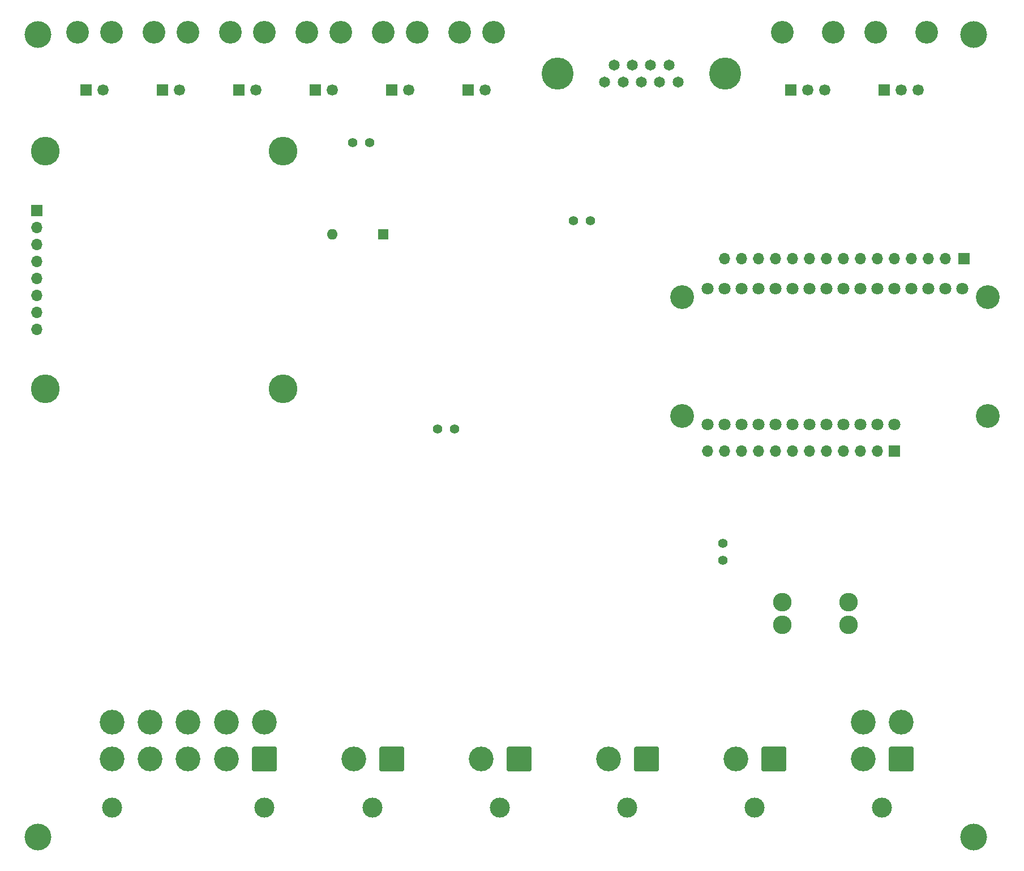
<source format=gbs>
G04 #@! TF.GenerationSoftware,KiCad,Pcbnew,(5.1.9-0-10_14)*
G04 #@! TF.CreationDate,2021-03-21T13:51:25-07:00*
G04 #@! TF.ProjectId,telemetry-pcb,74656c65-6d65-4747-9279-2d7063622e6b,rev?*
G04 #@! TF.SameCoordinates,Original*
G04 #@! TF.FileFunction,Soldermask,Bot*
G04 #@! TF.FilePolarity,Negative*
%FSLAX46Y46*%
G04 Gerber Fmt 4.6, Leading zero omitted, Abs format (unit mm)*
G04 Created by KiCad (PCBNEW (5.1.9-0-10_14)) date 2021-03-21 13:51:25*
%MOMM*%
%LPD*%
G01*
G04 APERTURE LIST*
%ADD10O,1.700000X1.700000*%
%ADD11R,1.700000X1.700000*%
%ADD12O,4.300000X4.300000*%
%ADD13C,4.300000*%
%ADD14O,1.600000X1.600000*%
%ADD15R,1.600000X1.600000*%
%ADD16C,1.800000*%
%ADD17C,3.556000*%
%ADD18C,3.400000*%
%ADD19C,1.690000*%
%ADD20R,1.690000X1.690000*%
%ADD21C,4.800000*%
%ADD22C,1.650000*%
%ADD23C,3.000000*%
%ADD24C,3.700000*%
%ADD25C,4.000000*%
%ADD26C,2.780000*%
%ADD27C,1.400000*%
G04 APERTURE END LIST*
D10*
X54864000Y-69088000D03*
X54864000Y-66548000D03*
X54864000Y-64008000D03*
X54864000Y-61468000D03*
X54864000Y-58928000D03*
X54864000Y-56388000D03*
X54864000Y-53848000D03*
D11*
X54864000Y-51308000D03*
D12*
X56134000Y-42418000D03*
D13*
X91694000Y-42418000D03*
D12*
X91694000Y-77978000D03*
X56134000Y-77978000D03*
D10*
X155192607Y-87319463D03*
X157732607Y-87319463D03*
X160272607Y-87319463D03*
X162812607Y-87319463D03*
X165352607Y-87319463D03*
X167892607Y-87319463D03*
X170432607Y-87319463D03*
X172972607Y-87319463D03*
X175512607Y-87319463D03*
X178052607Y-87319463D03*
X180592607Y-87319463D03*
D11*
X183132607Y-87319463D03*
D10*
X157735235Y-58506104D03*
X160275235Y-58506104D03*
X162815235Y-58506104D03*
X165355235Y-58506104D03*
X167895235Y-58506104D03*
X170435235Y-58506104D03*
X172975235Y-58506104D03*
X175515235Y-58506104D03*
X178055235Y-58506104D03*
X180595235Y-58506104D03*
X183135235Y-58506104D03*
X185675235Y-58506104D03*
X188215235Y-58506104D03*
X190755235Y-58506104D03*
D11*
X193513235Y-58506104D03*
D14*
X99060000Y-54864000D03*
D15*
X106680000Y-54864000D03*
D16*
X183134000Y-83312000D03*
X180594000Y-83312000D03*
X178054000Y-83312000D03*
X175514000Y-83312000D03*
X172974000Y-83312000D03*
X170434000Y-83312000D03*
X167894000Y-83312000D03*
X165354000Y-83312000D03*
X162814000Y-83312000D03*
X160274000Y-83312000D03*
X157734000Y-83312000D03*
X155194000Y-83312000D03*
X155194000Y-62992000D03*
X157734000Y-62992000D03*
X160274000Y-62992000D03*
X162814000Y-62992000D03*
X165354000Y-62992000D03*
X167894000Y-62992000D03*
X170434000Y-62992000D03*
X172974000Y-62992000D03*
X175514000Y-62992000D03*
X178054000Y-62992000D03*
X180594000Y-62992000D03*
X183134000Y-62992000D03*
X185674000Y-62992000D03*
X188214000Y-62992000D03*
X190754000Y-62992000D03*
X193294000Y-62992000D03*
D17*
X151384000Y-64262000D03*
X197104000Y-64262000D03*
X151384000Y-82042000D03*
X197104000Y-82042000D03*
D18*
X166370000Y-24605000D03*
X173990000Y-24605000D03*
D19*
X172720000Y-33245000D03*
X170180000Y-33245000D03*
D20*
X167640000Y-33245000D03*
D18*
X180340000Y-24605000D03*
X187960000Y-24605000D03*
D19*
X186690000Y-33245000D03*
X184150000Y-33245000D03*
D20*
X181610000Y-33245000D03*
D21*
X132788000Y-30850000D03*
X157788000Y-30850000D03*
D22*
X141178000Y-29580000D03*
X143918000Y-29580000D03*
X146658000Y-29580000D03*
X149398000Y-29580000D03*
X139808000Y-32120000D03*
X142548000Y-32120000D03*
X145288000Y-32120000D03*
X148028000Y-32120000D03*
X150768000Y-32120000D03*
D23*
X162250000Y-140650000D03*
D24*
X159400000Y-133350000D03*
G36*
G01*
X166950000Y-131750000D02*
X166950000Y-134950000D01*
G75*
G02*
X166700000Y-135200000I-250000J0D01*
G01*
X163500000Y-135200000D01*
G75*
G02*
X163250000Y-134950000I0J250000D01*
G01*
X163250000Y-131750000D01*
G75*
G02*
X163500000Y-131500000I250000J0D01*
G01*
X166700000Y-131500000D01*
G75*
G02*
X166950000Y-131750000I0J-250000D01*
G01*
G37*
D23*
X143200000Y-140650000D03*
D24*
X140350000Y-133350000D03*
G36*
G01*
X147900000Y-131750000D02*
X147900000Y-134950000D01*
G75*
G02*
X147650000Y-135200000I-250000J0D01*
G01*
X144450000Y-135200000D01*
G75*
G02*
X144200000Y-134950000I0J250000D01*
G01*
X144200000Y-131750000D01*
G75*
G02*
X144450000Y-131500000I250000J0D01*
G01*
X147650000Y-131500000D01*
G75*
G02*
X147900000Y-131750000I0J-250000D01*
G01*
G37*
D23*
X124150000Y-140650000D03*
D24*
X121300000Y-133350000D03*
G36*
G01*
X128850000Y-131750000D02*
X128850000Y-134950000D01*
G75*
G02*
X128600000Y-135200000I-250000J0D01*
G01*
X125400000Y-135200000D01*
G75*
G02*
X125150000Y-134950000I0J250000D01*
G01*
X125150000Y-131750000D01*
G75*
G02*
X125400000Y-131500000I250000J0D01*
G01*
X128600000Y-131500000D01*
G75*
G02*
X128850000Y-131750000I0J-250000D01*
G01*
G37*
D23*
X105100000Y-140650000D03*
D24*
X102250000Y-133350000D03*
G36*
G01*
X109800000Y-131750000D02*
X109800000Y-134950000D01*
G75*
G02*
X109550000Y-135200000I-250000J0D01*
G01*
X106350000Y-135200000D01*
G75*
G02*
X106100000Y-134950000I0J250000D01*
G01*
X106100000Y-131750000D01*
G75*
G02*
X106350000Y-131500000I250000J0D01*
G01*
X109550000Y-131500000D01*
G75*
G02*
X109800000Y-131750000I0J-250000D01*
G01*
G37*
D18*
X60960000Y-24605000D03*
X66040000Y-24605000D03*
D19*
X64770000Y-33245000D03*
D20*
X62230000Y-33245000D03*
D18*
X72390000Y-24605000D03*
X77470000Y-24605000D03*
D19*
X76200000Y-33245000D03*
D20*
X73660000Y-33245000D03*
D18*
X83820000Y-24605000D03*
X88900000Y-24605000D03*
D19*
X87630000Y-33245000D03*
D20*
X85090000Y-33245000D03*
D18*
X106680000Y-24605000D03*
X111760000Y-24605000D03*
D19*
X110490000Y-33245000D03*
D20*
X107950000Y-33245000D03*
D18*
X118110000Y-24605000D03*
X123190000Y-24605000D03*
D19*
X121920000Y-33245000D03*
D20*
X119380000Y-33245000D03*
D18*
X95250000Y-24605000D03*
X100330000Y-24605000D03*
D19*
X99060000Y-33245000D03*
D20*
X96520000Y-33245000D03*
D25*
X195000000Y-145000000D03*
X195000000Y-25000000D03*
X55000000Y-145000000D03*
X55000000Y-25000000D03*
D23*
X66100000Y-140650000D03*
X88900000Y-140650000D03*
D24*
X66100000Y-127850000D03*
X71800000Y-127850000D03*
X77500000Y-127850000D03*
X83200000Y-127850000D03*
X88900000Y-127850000D03*
X66100000Y-133350000D03*
X71800000Y-133350000D03*
X77500000Y-133350000D03*
X83200000Y-133350000D03*
G36*
G01*
X90750000Y-131750000D02*
X90750000Y-134950000D01*
G75*
G02*
X90500000Y-135200000I-250000J0D01*
G01*
X87300000Y-135200000D01*
G75*
G02*
X87050000Y-134950000I0J250000D01*
G01*
X87050000Y-131750000D01*
G75*
G02*
X87300000Y-131500000I250000J0D01*
G01*
X90500000Y-131500000D01*
G75*
G02*
X90750000Y-131750000I0J-250000D01*
G01*
G37*
D26*
X166356000Y-109884000D03*
X166356000Y-113284000D03*
X176276000Y-109884000D03*
X176276000Y-113284000D03*
D23*
X181300000Y-140650000D03*
D24*
X178450000Y-127850000D03*
X184150000Y-127850000D03*
X178450000Y-133350000D03*
G36*
G01*
X186000000Y-131750000D02*
X186000000Y-134950000D01*
G75*
G02*
X185750000Y-135200000I-250000J0D01*
G01*
X182550000Y-135200000D01*
G75*
G02*
X182300000Y-134950000I0J250000D01*
G01*
X182300000Y-131750000D01*
G75*
G02*
X182550000Y-131500000I250000J0D01*
G01*
X185750000Y-131500000D01*
G75*
G02*
X186000000Y-131750000I0J-250000D01*
G01*
G37*
D27*
X137668000Y-52832000D03*
X135128000Y-52832000D03*
X104648000Y-41148000D03*
X102108000Y-41148000D03*
X117348000Y-83947000D03*
X114808000Y-83947000D03*
X157480000Y-101092000D03*
X157480000Y-103632000D03*
M02*

</source>
